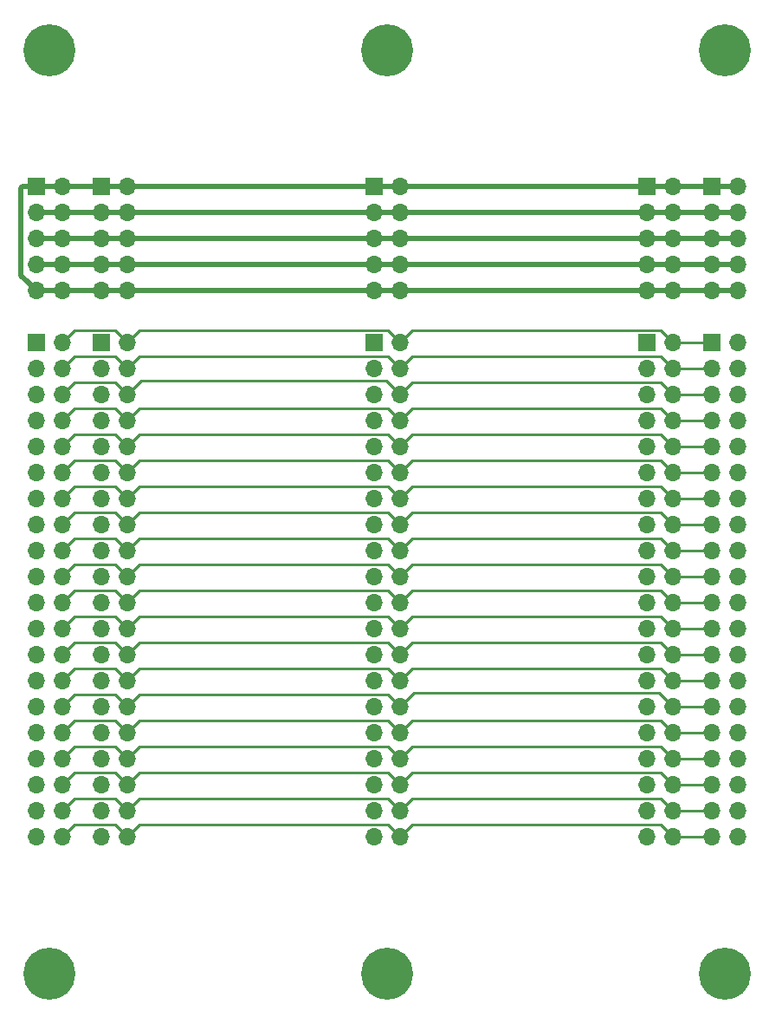
<source format=gbr>
G04 #@! TF.GenerationSoftware,KiCad,Pcbnew,(5.1.4)-1*
G04 #@! TF.CreationDate,2022-01-22T15:46:12+02:00*
G04 #@! TF.ProjectId,Backplane v2,4261636b-706c-4616-9e65-2076322e6b69,rev?*
G04 #@! TF.SameCoordinates,Original*
G04 #@! TF.FileFunction,Copper,L1,Top*
G04 #@! TF.FilePolarity,Positive*
%FSLAX46Y46*%
G04 Gerber Fmt 4.6, Leading zero omitted, Abs format (unit mm)*
G04 Created by KiCad (PCBNEW (5.1.4)-1) date 2022-01-22 15:46:12*
%MOMM*%
%LPD*%
G04 APERTURE LIST*
%ADD10R,1.700000X1.700000*%
%ADD11O,1.700000X1.700000*%
%ADD12C,5.080000*%
%ADD13C,0.508000*%
%ADD14C,0.250000*%
G04 APERTURE END LIST*
D10*
X87630000Y-63500000D03*
D11*
X90170000Y-63500000D03*
X87630000Y-66040000D03*
X90170000Y-66040000D03*
X87630000Y-68580000D03*
X90170000Y-68580000D03*
X87630000Y-71120000D03*
X90170000Y-71120000D03*
X87630000Y-73660000D03*
X90170000Y-73660000D03*
D10*
X87630000Y-78740000D03*
D11*
X90170000Y-78740000D03*
X87630000Y-81280000D03*
X90170000Y-81280000D03*
X87630000Y-83820000D03*
X90170000Y-83820000D03*
X87630000Y-86360000D03*
X90170000Y-86360000D03*
X87630000Y-88900000D03*
X90170000Y-88900000D03*
X87630000Y-91440000D03*
X90170000Y-91440000D03*
X87630000Y-93980000D03*
X90170000Y-93980000D03*
X87630000Y-96520000D03*
X90170000Y-96520000D03*
X87630000Y-99060000D03*
X90170000Y-99060000D03*
X87630000Y-101600000D03*
X90170000Y-101600000D03*
X87630000Y-104140000D03*
X90170000Y-104140000D03*
X87630000Y-106680000D03*
X90170000Y-106680000D03*
X87630000Y-109220000D03*
X90170000Y-109220000D03*
X87630000Y-111760000D03*
X90170000Y-111760000D03*
X87630000Y-114300000D03*
X90170000Y-114300000D03*
X87630000Y-116840000D03*
X90170000Y-116840000D03*
X87630000Y-119380000D03*
X90170000Y-119380000D03*
X87630000Y-121920000D03*
X90170000Y-121920000D03*
X87630000Y-124460000D03*
X90170000Y-124460000D03*
X87630000Y-127000000D03*
X90170000Y-127000000D03*
X96520000Y-73660000D03*
X93980000Y-73660000D03*
X96520000Y-71120000D03*
X93980000Y-71120000D03*
X96520000Y-68580000D03*
X93980000Y-68580000D03*
X96520000Y-66040000D03*
X93980000Y-66040000D03*
X96520000Y-63500000D03*
D10*
X93980000Y-63500000D03*
D11*
X96520000Y-127000000D03*
X93980000Y-127000000D03*
X96520000Y-124460000D03*
X93980000Y-124460000D03*
X96520000Y-121920000D03*
X93980000Y-121920000D03*
X96520000Y-119380000D03*
X93980000Y-119380000D03*
X96520000Y-116840000D03*
X93980000Y-116840000D03*
X96520000Y-114300000D03*
X93980000Y-114300000D03*
X96520000Y-111760000D03*
X93980000Y-111760000D03*
X96520000Y-109220000D03*
X93980000Y-109220000D03*
X96520000Y-106680000D03*
X93980000Y-106680000D03*
X96520000Y-104140000D03*
X93980000Y-104140000D03*
X96520000Y-101600000D03*
X93980000Y-101600000D03*
X96520000Y-99060000D03*
X93980000Y-99060000D03*
X96520000Y-96520000D03*
X93980000Y-96520000D03*
X96520000Y-93980000D03*
X93980000Y-93980000D03*
X96520000Y-91440000D03*
X93980000Y-91440000D03*
X96520000Y-88900000D03*
X93980000Y-88900000D03*
X96520000Y-86360000D03*
X93980000Y-86360000D03*
X96520000Y-83820000D03*
X93980000Y-83820000D03*
X96520000Y-81280000D03*
X93980000Y-81280000D03*
X96520000Y-78740000D03*
D10*
X93980000Y-78740000D03*
X120650000Y-63500000D03*
D11*
X123190000Y-63500000D03*
X120650000Y-66040000D03*
X123190000Y-66040000D03*
X120650000Y-68580000D03*
X123190000Y-68580000D03*
X120650000Y-71120000D03*
X123190000Y-71120000D03*
X120650000Y-73660000D03*
X123190000Y-73660000D03*
D10*
X120650000Y-78740000D03*
D11*
X123190000Y-78740000D03*
X120650000Y-81280000D03*
X123190000Y-81280000D03*
X120650000Y-83820000D03*
X123190000Y-83820000D03*
X120650000Y-86360000D03*
X123190000Y-86360000D03*
X120650000Y-88900000D03*
X123190000Y-88900000D03*
X120650000Y-91440000D03*
X123190000Y-91440000D03*
X120650000Y-93980000D03*
X123190000Y-93980000D03*
X120650000Y-96520000D03*
X123190000Y-96520000D03*
X120650000Y-99060000D03*
X123190000Y-99060000D03*
X120650000Y-101600000D03*
X123190000Y-101600000D03*
X120650000Y-104140000D03*
X123190000Y-104140000D03*
X120650000Y-106680000D03*
X123190000Y-106680000D03*
X120650000Y-109220000D03*
X123190000Y-109220000D03*
X120650000Y-111760000D03*
X123190000Y-111760000D03*
X120650000Y-114300000D03*
X123190000Y-114300000D03*
X120650000Y-116840000D03*
X123190000Y-116840000D03*
X120650000Y-119380000D03*
X123190000Y-119380000D03*
X120650000Y-121920000D03*
X123190000Y-121920000D03*
X120650000Y-124460000D03*
X123190000Y-124460000D03*
X120650000Y-127000000D03*
X123190000Y-127000000D03*
X149860000Y-73660000D03*
X147320000Y-73660000D03*
X149860000Y-71120000D03*
X147320000Y-71120000D03*
X149860000Y-68580000D03*
X147320000Y-68580000D03*
X149860000Y-66040000D03*
X147320000Y-66040000D03*
X149860000Y-63500000D03*
D10*
X147320000Y-63500000D03*
D11*
X149860000Y-127000000D03*
X147320000Y-127000000D03*
X149860000Y-124460000D03*
X147320000Y-124460000D03*
X149860000Y-121920000D03*
X147320000Y-121920000D03*
X149860000Y-119380000D03*
X147320000Y-119380000D03*
X149860000Y-116840000D03*
X147320000Y-116840000D03*
X149860000Y-114300000D03*
X147320000Y-114300000D03*
X149860000Y-111760000D03*
X147320000Y-111760000D03*
X149860000Y-109220000D03*
X147320000Y-109220000D03*
X149860000Y-106680000D03*
X147320000Y-106680000D03*
X149860000Y-104140000D03*
X147320000Y-104140000D03*
X149860000Y-101600000D03*
X147320000Y-101600000D03*
X149860000Y-99060000D03*
X147320000Y-99060000D03*
X149860000Y-96520000D03*
X147320000Y-96520000D03*
X149860000Y-93980000D03*
X147320000Y-93980000D03*
X149860000Y-91440000D03*
X147320000Y-91440000D03*
X149860000Y-88900000D03*
X147320000Y-88900000D03*
X149860000Y-86360000D03*
X147320000Y-86360000D03*
X149860000Y-83820000D03*
X147320000Y-83820000D03*
X149860000Y-81280000D03*
X147320000Y-81280000D03*
X149860000Y-78740000D03*
D10*
X147320000Y-78740000D03*
X153670000Y-63500000D03*
D11*
X156210000Y-63500000D03*
X153670000Y-66040000D03*
X156210000Y-66040000D03*
X153670000Y-68580000D03*
X156210000Y-68580000D03*
X153670000Y-71120000D03*
X156210000Y-71120000D03*
X153670000Y-73660000D03*
X156210000Y-73660000D03*
D10*
X153670000Y-78740000D03*
D11*
X156210000Y-78740000D03*
X153670000Y-81280000D03*
X156210000Y-81280000D03*
X153670000Y-83820000D03*
X156210000Y-83820000D03*
X153670000Y-86360000D03*
X156210000Y-86360000D03*
X153670000Y-88900000D03*
X156210000Y-88900000D03*
X153670000Y-91440000D03*
X156210000Y-91440000D03*
X153670000Y-93980000D03*
X156210000Y-93980000D03*
X153670000Y-96520000D03*
X156210000Y-96520000D03*
X153670000Y-99060000D03*
X156210000Y-99060000D03*
X153670000Y-101600000D03*
X156210000Y-101600000D03*
X153670000Y-104140000D03*
X156210000Y-104140000D03*
X153670000Y-106680000D03*
X156210000Y-106680000D03*
X153670000Y-109220000D03*
X156210000Y-109220000D03*
X153670000Y-111760000D03*
X156210000Y-111760000D03*
X153670000Y-114300000D03*
X156210000Y-114300000D03*
X153670000Y-116840000D03*
X156210000Y-116840000D03*
X153670000Y-119380000D03*
X156210000Y-119380000D03*
X153670000Y-121920000D03*
X156210000Y-121920000D03*
X153670000Y-124460000D03*
X156210000Y-124460000D03*
X153670000Y-127000000D03*
X156210000Y-127000000D03*
D12*
X121920000Y-50165000D03*
X88900000Y-50165000D03*
X154940000Y-50165000D03*
X154940000Y-140335000D03*
X121920000Y-140335000D03*
X88900000Y-140335000D03*
D13*
X87630000Y-63500000D02*
X93980000Y-63500000D01*
X93980000Y-63500000D02*
X96520000Y-63500000D01*
X96520000Y-63500000D02*
X120650000Y-63500000D01*
X120650000Y-63500000D02*
X123190000Y-63500000D01*
X123190000Y-63500000D02*
X147320000Y-63500000D01*
X147320000Y-63500000D02*
X149860000Y-63500000D01*
X149860000Y-63500000D02*
X153670000Y-63500000D01*
X153670000Y-63500000D02*
X156210000Y-63500000D01*
X87630000Y-73660000D02*
X90170000Y-73660000D01*
X90170000Y-73660000D02*
X93980000Y-73660000D01*
X93980000Y-73660000D02*
X96520000Y-73660000D01*
X96520000Y-73660000D02*
X120650000Y-73660000D01*
X120650000Y-73660000D02*
X123190000Y-73660000D01*
X123190000Y-73660000D02*
X147320000Y-73660000D01*
X147320000Y-73660000D02*
X149860000Y-73660000D01*
X149860000Y-73660000D02*
X153670000Y-73660000D01*
X153670000Y-73660000D02*
X156210000Y-73660000D01*
X86780001Y-72810001D02*
X87630000Y-73660000D01*
X86119599Y-72149599D02*
X86780001Y-72810001D01*
X86119599Y-63652401D02*
X86119599Y-72149599D01*
X86272000Y-63500000D02*
X86119599Y-63652401D01*
X87630000Y-63500000D02*
X86272000Y-63500000D01*
X87630000Y-66040000D02*
X90170000Y-66040000D01*
X90170000Y-66040000D02*
X93980000Y-66040000D01*
X93980000Y-66040000D02*
X96520000Y-66040000D01*
X96520000Y-66040000D02*
X120650000Y-66040000D01*
X120650000Y-66040000D02*
X123190000Y-66040000D01*
X123190000Y-66040000D02*
X147320000Y-66040000D01*
X147320000Y-66040000D02*
X149860000Y-66040000D01*
X149860000Y-66040000D02*
X153670000Y-66040000D01*
X153670000Y-66040000D02*
X156210000Y-66040000D01*
X87630000Y-68580000D02*
X90170000Y-68580000D01*
X90170000Y-68580000D02*
X93980000Y-68580000D01*
X93980000Y-68580000D02*
X96520000Y-68580000D01*
X96520000Y-68580000D02*
X120650000Y-68580000D01*
X120650000Y-68580000D02*
X123190000Y-68580000D01*
X123190000Y-68580000D02*
X147320000Y-68580000D01*
X147320000Y-68580000D02*
X149860000Y-68580000D01*
X149860000Y-68580000D02*
X153670000Y-68580000D01*
X153670000Y-68580000D02*
X156210000Y-68580000D01*
X87630000Y-71120000D02*
X90170000Y-71120000D01*
X90170000Y-71120000D02*
X93980000Y-71120000D01*
X93980000Y-71120000D02*
X96520000Y-71120000D01*
X96520000Y-71120000D02*
X120650000Y-71120000D01*
X120650000Y-71120000D02*
X123190000Y-71120000D01*
X123190000Y-71120000D02*
X147320000Y-71120000D01*
X147320000Y-71120000D02*
X149860000Y-71120000D01*
X149860000Y-71120000D02*
X153670000Y-71120000D01*
X153670000Y-71120000D02*
X156210000Y-71120000D01*
D14*
X95670001Y-77890001D02*
X96520000Y-78740000D01*
X95344999Y-77564999D02*
X95670001Y-77890001D01*
X91345001Y-77564999D02*
X95344999Y-77564999D01*
X90170000Y-78740000D02*
X91345001Y-77564999D01*
X97369999Y-77890001D02*
X96520000Y-78740000D01*
X97695001Y-77564999D02*
X97369999Y-77890001D01*
X122014999Y-77564999D02*
X97695001Y-77564999D01*
X123190000Y-78740000D02*
X122014999Y-77564999D01*
X124039999Y-77890001D02*
X123190000Y-78740000D01*
X124365001Y-77564999D02*
X124039999Y-77890001D01*
X148684999Y-77564999D02*
X124365001Y-77564999D01*
X149860000Y-78740000D02*
X148684999Y-77564999D01*
X149860000Y-78740000D02*
X153670000Y-78740000D01*
X95670001Y-80430001D02*
X96520000Y-81280000D01*
X95344999Y-80104999D02*
X95670001Y-80430001D01*
X91345001Y-80104999D02*
X95344999Y-80104999D01*
X90170000Y-81280000D02*
X91345001Y-80104999D01*
X97369999Y-80430001D02*
X96520000Y-81280000D01*
X97695001Y-80104999D02*
X97369999Y-80430001D01*
X122014999Y-80104999D02*
X97695001Y-80104999D01*
X123190000Y-81280000D02*
X122014999Y-80104999D01*
X124039999Y-80430001D02*
X123190000Y-81280000D01*
X124365001Y-80104999D02*
X124039999Y-80430001D01*
X148684999Y-80104999D02*
X124365001Y-80104999D01*
X149860000Y-81280000D02*
X148684999Y-80104999D01*
X149860000Y-81280000D02*
X153670000Y-81280000D01*
X95670001Y-82970001D02*
X96520000Y-83820000D01*
X95344999Y-82644999D02*
X95670001Y-82970001D01*
X91345001Y-82644999D02*
X95344999Y-82644999D01*
X90170000Y-83820000D02*
X91345001Y-82644999D01*
X97369999Y-82970001D02*
X96520000Y-83820000D01*
X97884999Y-82455001D02*
X97369999Y-82970001D01*
X121825001Y-82455001D02*
X97884999Y-82455001D01*
X123190000Y-83820000D02*
X121825001Y-82455001D01*
X124039999Y-82970001D02*
X123190000Y-83820000D01*
X124365001Y-82644999D02*
X124039999Y-82970001D01*
X148684999Y-82644999D02*
X124365001Y-82644999D01*
X149860000Y-83820000D02*
X148684999Y-82644999D01*
X149860000Y-83820000D02*
X153670000Y-83820000D01*
X95670001Y-85510001D02*
X96520000Y-86360000D01*
X95344999Y-85184999D02*
X95670001Y-85510001D01*
X91345001Y-85184999D02*
X95344999Y-85184999D01*
X90170000Y-86360000D02*
X91345001Y-85184999D01*
X97369999Y-85510001D02*
X96520000Y-86360000D01*
X97695001Y-85184999D02*
X97369999Y-85510001D01*
X122014999Y-85184999D02*
X97695001Y-85184999D01*
X123190000Y-86360000D02*
X122014999Y-85184999D01*
X124039999Y-85510001D02*
X123190000Y-86360000D01*
X124365001Y-85184999D02*
X124039999Y-85510001D01*
X148684999Y-85184999D02*
X124365001Y-85184999D01*
X149860000Y-86360000D02*
X148684999Y-85184999D01*
X149860000Y-86360000D02*
X153670000Y-86360000D01*
X95670001Y-88050001D02*
X96520000Y-88900000D01*
X95344999Y-87724999D02*
X95670001Y-88050001D01*
X91345001Y-87724999D02*
X95344999Y-87724999D01*
X90170000Y-88900000D02*
X91345001Y-87724999D01*
X97369999Y-88050001D02*
X96520000Y-88900000D01*
X97695001Y-87724999D02*
X97369999Y-88050001D01*
X122014999Y-87724999D02*
X97695001Y-87724999D01*
X123190000Y-88900000D02*
X122014999Y-87724999D01*
X124039999Y-88050001D02*
X123190000Y-88900000D01*
X124365001Y-87724999D02*
X124039999Y-88050001D01*
X148684999Y-87724999D02*
X124365001Y-87724999D01*
X149860000Y-88900000D02*
X148684999Y-87724999D01*
X149860000Y-88900000D02*
X153670000Y-88900000D01*
X95670001Y-90590001D02*
X96520000Y-91440000D01*
X95344999Y-90264999D02*
X95670001Y-90590001D01*
X91345001Y-90264999D02*
X95344999Y-90264999D01*
X90170000Y-91440000D02*
X91345001Y-90264999D01*
X97369999Y-90590001D02*
X96520000Y-91440000D01*
X97695001Y-90264999D02*
X97369999Y-90590001D01*
X122014999Y-90264999D02*
X97695001Y-90264999D01*
X123190000Y-91440000D02*
X122014999Y-90264999D01*
X124039999Y-90590001D02*
X123190000Y-91440000D01*
X124365001Y-90264999D02*
X124039999Y-90590001D01*
X148684999Y-90264999D02*
X124365001Y-90264999D01*
X149860000Y-91440000D02*
X148684999Y-90264999D01*
X149860000Y-91440000D02*
X153670000Y-91440000D01*
X95670001Y-93130001D02*
X96520000Y-93980000D01*
X95344999Y-92804999D02*
X95670001Y-93130001D01*
X91345001Y-92804999D02*
X95344999Y-92804999D01*
X90170000Y-93980000D02*
X91345001Y-92804999D01*
X97369999Y-93130001D02*
X96520000Y-93980000D01*
X97695001Y-92804999D02*
X97369999Y-93130001D01*
X122014999Y-92804999D02*
X97695001Y-92804999D01*
X123190000Y-93980000D02*
X122014999Y-92804999D01*
X153670000Y-93980000D02*
X149860000Y-93980000D01*
X124039999Y-93130001D02*
X123190000Y-93980000D01*
X124365001Y-92804999D02*
X124039999Y-93130001D01*
X148684999Y-92804999D02*
X124365001Y-92804999D01*
X149860000Y-93980000D02*
X148684999Y-92804999D01*
X95670001Y-95670001D02*
X96520000Y-96520000D01*
X95344999Y-95344999D02*
X95670001Y-95670001D01*
X91345001Y-95344999D02*
X95344999Y-95344999D01*
X90170000Y-96520000D02*
X91345001Y-95344999D01*
X97369999Y-95670001D02*
X96520000Y-96520000D01*
X97695001Y-95344999D02*
X97369999Y-95670001D01*
X122014999Y-95344999D02*
X97695001Y-95344999D01*
X123190000Y-96520000D02*
X122014999Y-95344999D01*
X152467919Y-96520000D02*
X149860000Y-96520000D01*
X153670000Y-96520000D02*
X152467919Y-96520000D01*
X124039999Y-95670001D02*
X123190000Y-96520000D01*
X124365001Y-95344999D02*
X124039999Y-95670001D01*
X148684999Y-95344999D02*
X124365001Y-95344999D01*
X149860000Y-96520000D02*
X148684999Y-95344999D01*
X95670001Y-98210001D02*
X96520000Y-99060000D01*
X95344999Y-97884999D02*
X95670001Y-98210001D01*
X91345001Y-97884999D02*
X95344999Y-97884999D01*
X90170000Y-99060000D02*
X91345001Y-97884999D01*
X97369999Y-98210001D02*
X96520000Y-99060000D01*
X97695001Y-97884999D02*
X97369999Y-98210001D01*
X122014999Y-97884999D02*
X97695001Y-97884999D01*
X123190000Y-99060000D02*
X122014999Y-97884999D01*
X152467919Y-99060000D02*
X149860000Y-99060000D01*
X153670000Y-99060000D02*
X152467919Y-99060000D01*
X124039999Y-98210001D02*
X123190000Y-99060000D01*
X124365001Y-97884999D02*
X124039999Y-98210001D01*
X148684999Y-97884999D02*
X124365001Y-97884999D01*
X149860000Y-99060000D02*
X148684999Y-97884999D01*
X95670001Y-100750001D02*
X96520000Y-101600000D01*
X95344999Y-100424999D02*
X95670001Y-100750001D01*
X91345001Y-100424999D02*
X95344999Y-100424999D01*
X90170000Y-101600000D02*
X91345001Y-100424999D01*
X97369999Y-100750001D02*
X96520000Y-101600000D01*
X97695001Y-100424999D02*
X97369999Y-100750001D01*
X122014999Y-100424999D02*
X97695001Y-100424999D01*
X123190000Y-101600000D02*
X122014999Y-100424999D01*
X153670000Y-101600000D02*
X149860000Y-101600000D01*
X124039999Y-100750001D02*
X123190000Y-101600000D01*
X124365001Y-100424999D02*
X124039999Y-100750001D01*
X148684999Y-100424999D02*
X124365001Y-100424999D01*
X149860000Y-101600000D02*
X148684999Y-100424999D01*
X95670001Y-103290001D02*
X96520000Y-104140000D01*
X95344999Y-102964999D02*
X95670001Y-103290001D01*
X91345001Y-102964999D02*
X95344999Y-102964999D01*
X90170000Y-104140000D02*
X91345001Y-102964999D01*
X97369999Y-103290001D02*
X96520000Y-104140000D01*
X97695001Y-102964999D02*
X97369999Y-103290001D01*
X122014999Y-102964999D02*
X97695001Y-102964999D01*
X123190000Y-104140000D02*
X122014999Y-102964999D01*
X152467919Y-104140000D02*
X149860000Y-104140000D01*
X153670000Y-104140000D02*
X152467919Y-104140000D01*
X124039999Y-103290001D02*
X123190000Y-104140000D01*
X124365001Y-102964999D02*
X124039999Y-103290001D01*
X148684999Y-102964999D02*
X124365001Y-102964999D01*
X149860000Y-104140000D02*
X148684999Y-102964999D01*
X95344999Y-105504999D02*
X96520000Y-106680000D01*
X90170000Y-106680000D02*
X91345001Y-105504999D01*
X91345001Y-105504999D02*
X95344999Y-105504999D01*
X97369999Y-105830001D02*
X96520000Y-106680000D01*
X97695001Y-105504999D02*
X97369999Y-105830001D01*
X122014999Y-105504999D02*
X97695001Y-105504999D01*
X123190000Y-106680000D02*
X122014999Y-105504999D01*
X153670000Y-106680000D02*
X149860000Y-106680000D01*
X124039999Y-105830001D02*
X123190000Y-106680000D01*
X124365001Y-105504999D02*
X124039999Y-105830001D01*
X148684999Y-105504999D02*
X124365001Y-105504999D01*
X149860000Y-106680000D02*
X148684999Y-105504999D01*
X95670001Y-108370001D02*
X96520000Y-109220000D01*
X95344999Y-108044999D02*
X95670001Y-108370001D01*
X91345001Y-108044999D02*
X95344999Y-108044999D01*
X90170000Y-109220000D02*
X91345001Y-108044999D01*
X97369999Y-108370001D02*
X96520000Y-109220000D01*
X97695001Y-108044999D02*
X97369999Y-108370001D01*
X122014999Y-108044999D02*
X97695001Y-108044999D01*
X123190000Y-109220000D02*
X122014999Y-108044999D01*
X153670000Y-109220000D02*
X149860000Y-109220000D01*
X124039999Y-108370001D02*
X123190000Y-109220000D01*
X124365001Y-108044999D02*
X124039999Y-108370001D01*
X148684999Y-108044999D02*
X124365001Y-108044999D01*
X149860000Y-109220000D02*
X148684999Y-108044999D01*
X95670001Y-110910001D02*
X96520000Y-111760000D01*
X95344999Y-110584999D02*
X95670001Y-110910001D01*
X91345001Y-110584999D02*
X95344999Y-110584999D01*
X90170000Y-111760000D02*
X91345001Y-110584999D01*
X97369999Y-110910001D02*
X96520000Y-111760000D01*
X97695001Y-110584999D02*
X97369999Y-110910001D01*
X122014999Y-110584999D02*
X97695001Y-110584999D01*
X123190000Y-111760000D02*
X122014999Y-110584999D01*
X153670000Y-111760000D02*
X149860000Y-111760000D01*
X124039999Y-110910001D02*
X123190000Y-111760000D01*
X124365001Y-110584999D02*
X124039999Y-110910001D01*
X148684999Y-110584999D02*
X124365001Y-110584999D01*
X149860000Y-111760000D02*
X148684999Y-110584999D01*
X95670001Y-113450001D02*
X96520000Y-114300000D01*
X95344999Y-113124999D02*
X95670001Y-113450001D01*
X91345001Y-113124999D02*
X95344999Y-113124999D01*
X90170000Y-114300000D02*
X91345001Y-113124999D01*
X97369999Y-113450001D02*
X96520000Y-114300000D01*
X97695001Y-113124999D02*
X97369999Y-113450001D01*
X122014999Y-113124999D02*
X97695001Y-113124999D01*
X123190000Y-114300000D02*
X122014999Y-113124999D01*
X153670000Y-114300000D02*
X149860000Y-114300000D01*
X124039999Y-113450001D02*
X123190000Y-114300000D01*
X124554999Y-112935001D02*
X124039999Y-113450001D01*
X148495001Y-112935001D02*
X124554999Y-112935001D01*
X149860000Y-114300000D02*
X148495001Y-112935001D01*
X95670001Y-115990001D02*
X96520000Y-116840000D01*
X95344999Y-115664999D02*
X95670001Y-115990001D01*
X91345001Y-115664999D02*
X95344999Y-115664999D01*
X90170000Y-116840000D02*
X91345001Y-115664999D01*
X97369999Y-115990001D02*
X96520000Y-116840000D01*
X97695001Y-115664999D02*
X97369999Y-115990001D01*
X122014999Y-115664999D02*
X97695001Y-115664999D01*
X123190000Y-116840000D02*
X122014999Y-115664999D01*
X153670000Y-116840000D02*
X149860000Y-116840000D01*
X124039999Y-115990001D02*
X123190000Y-116840000D01*
X124365001Y-115664999D02*
X124039999Y-115990001D01*
X148684999Y-115664999D02*
X124365001Y-115664999D01*
X149860000Y-116840000D02*
X148684999Y-115664999D01*
X95670001Y-118530001D02*
X96520000Y-119380000D01*
X95344999Y-118204999D02*
X95670001Y-118530001D01*
X91345001Y-118204999D02*
X95344999Y-118204999D01*
X90170000Y-119380000D02*
X91345001Y-118204999D01*
X97369999Y-118530001D02*
X96520000Y-119380000D01*
X97695001Y-118204999D02*
X97369999Y-118530001D01*
X122014999Y-118204999D02*
X97695001Y-118204999D01*
X123190000Y-119380000D02*
X122014999Y-118204999D01*
X153670000Y-119380000D02*
X149860000Y-119380000D01*
X124039999Y-118530001D02*
X123190000Y-119380000D01*
X124365001Y-118204999D02*
X124039999Y-118530001D01*
X148684999Y-118204999D02*
X124365001Y-118204999D01*
X149860000Y-119380000D02*
X148684999Y-118204999D01*
X95670001Y-121070001D02*
X96520000Y-121920000D01*
X95344999Y-120744999D02*
X95670001Y-121070001D01*
X91345001Y-120744999D02*
X95344999Y-120744999D01*
X90170000Y-121920000D02*
X91345001Y-120744999D01*
X97369999Y-121070001D02*
X96520000Y-121920000D01*
X97695001Y-120744999D02*
X97369999Y-121070001D01*
X122014999Y-120744999D02*
X97695001Y-120744999D01*
X123190000Y-121920000D02*
X122014999Y-120744999D01*
X153670000Y-121920000D02*
X149860000Y-121920000D01*
X124039999Y-121070001D02*
X123190000Y-121920000D01*
X124365001Y-120744999D02*
X124039999Y-121070001D01*
X148684999Y-120744999D02*
X124365001Y-120744999D01*
X149860000Y-121920000D02*
X148684999Y-120744999D01*
X95670001Y-123610001D02*
X96520000Y-124460000D01*
X95344999Y-123284999D02*
X95670001Y-123610001D01*
X91345001Y-123284999D02*
X95344999Y-123284999D01*
X90170000Y-124460000D02*
X91345001Y-123284999D01*
X97369999Y-123610001D02*
X96520000Y-124460000D01*
X97695001Y-123284999D02*
X97369999Y-123610001D01*
X122014999Y-123284999D02*
X97695001Y-123284999D01*
X123190000Y-124460000D02*
X122014999Y-123284999D01*
X153670000Y-124460000D02*
X149860000Y-124460000D01*
X124039999Y-123610001D02*
X123190000Y-124460000D01*
X124365001Y-123284999D02*
X124039999Y-123610001D01*
X148684999Y-123284999D02*
X124365001Y-123284999D01*
X149860000Y-124460000D02*
X148684999Y-123284999D01*
X95670001Y-126150001D02*
X96520000Y-127000000D01*
X95344999Y-125824999D02*
X95670001Y-126150001D01*
X91345001Y-125824999D02*
X95344999Y-125824999D01*
X90170000Y-127000000D02*
X91345001Y-125824999D01*
X97369999Y-126150001D02*
X96520000Y-127000000D01*
X97695001Y-125824999D02*
X97369999Y-126150001D01*
X122014999Y-125824999D02*
X97695001Y-125824999D01*
X123190000Y-127000000D02*
X122014999Y-125824999D01*
X153670000Y-127000000D02*
X149860000Y-127000000D01*
X124039999Y-126150001D02*
X123190000Y-127000000D01*
X124365001Y-125824999D02*
X124039999Y-126150001D01*
X148684999Y-125824999D02*
X124365001Y-125824999D01*
X149860000Y-127000000D02*
X148684999Y-125824999D01*
M02*

</source>
